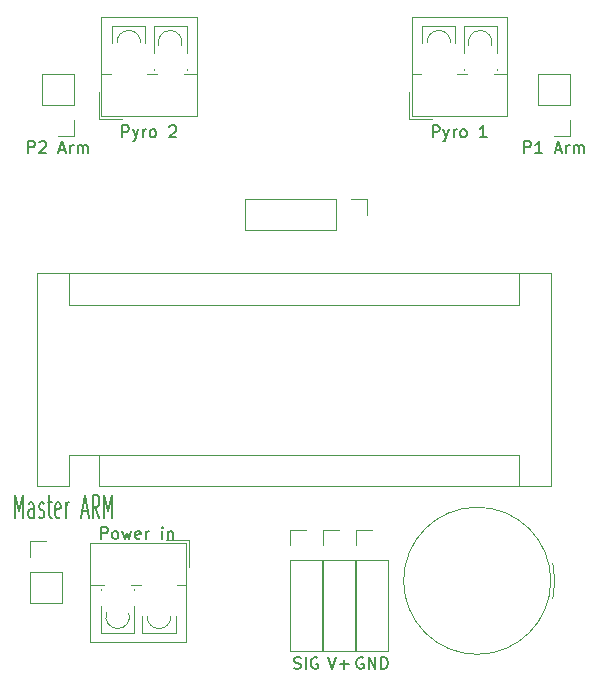
<source format=gbr>
%TF.GenerationSoftware,KiCad,Pcbnew,(6.0.1)*%
%TF.CreationDate,2022-02-20T18:55:47+01:00*%
%TF.ProjectId,NANOFC,4e414e4f-4643-42e6-9b69-6361645f7063,rev?*%
%TF.SameCoordinates,Original*%
%TF.FileFunction,Legend,Top*%
%TF.FilePolarity,Positive*%
%FSLAX46Y46*%
G04 Gerber Fmt 4.6, Leading zero omitted, Abs format (unit mm)*
G04 Created by KiCad (PCBNEW (6.0.1)) date 2022-02-20 18:55:47*
%MOMM*%
%LPD*%
G01*
G04 APERTURE LIST*
%ADD10C,0.150000*%
%ADD11C,0.200000*%
%ADD12C,0.120000*%
G04 APERTURE END LIST*
D10*
%TO.C,Pyro 2*%
X159438095Y-73452380D02*
X159438095Y-72452380D01*
X159819047Y-72452380D01*
X159914285Y-72500000D01*
X159961904Y-72547619D01*
X160009523Y-72642857D01*
X160009523Y-72785714D01*
X159961904Y-72880952D01*
X159914285Y-72928571D01*
X159819047Y-72976190D01*
X159438095Y-72976190D01*
X160342857Y-72785714D02*
X160580952Y-73452380D01*
X160819047Y-72785714D02*
X160580952Y-73452380D01*
X160485714Y-73690476D01*
X160438095Y-73738095D01*
X160342857Y-73785714D01*
X161200000Y-73452380D02*
X161200000Y-72785714D01*
X161200000Y-72976190D02*
X161247619Y-72880952D01*
X161295238Y-72833333D01*
X161390476Y-72785714D01*
X161485714Y-72785714D01*
X161961904Y-73452380D02*
X161866666Y-73404761D01*
X161819047Y-73357142D01*
X161771428Y-73261904D01*
X161771428Y-72976190D01*
X161819047Y-72880952D01*
X161866666Y-72833333D01*
X161961904Y-72785714D01*
X162104761Y-72785714D01*
X162200000Y-72833333D01*
X162247619Y-72880952D01*
X162295238Y-72976190D01*
X162295238Y-73261904D01*
X162247619Y-73357142D01*
X162200000Y-73404761D01*
X162104761Y-73452380D01*
X161961904Y-73452380D01*
X163438095Y-72547619D02*
X163485714Y-72500000D01*
X163580952Y-72452380D01*
X163819047Y-72452380D01*
X163914285Y-72500000D01*
X163961904Y-72547619D01*
X164009523Y-72642857D01*
X164009523Y-72738095D01*
X163961904Y-72880952D01*
X163390476Y-73452380D01*
X164009523Y-73452380D01*
D11*
%TO.C,Master ARM*%
X150404761Y-105704761D02*
X150404761Y-103704761D01*
X150738095Y-105133333D01*
X151071428Y-103704761D01*
X151071428Y-105704761D01*
X151976190Y-105704761D02*
X151976190Y-104657142D01*
X151928571Y-104466666D01*
X151833333Y-104371428D01*
X151642857Y-104371428D01*
X151547619Y-104466666D01*
X151976190Y-105609523D02*
X151880952Y-105704761D01*
X151642857Y-105704761D01*
X151547619Y-105609523D01*
X151500000Y-105419047D01*
X151500000Y-105228571D01*
X151547619Y-105038095D01*
X151642857Y-104942857D01*
X151880952Y-104942857D01*
X151976190Y-104847619D01*
X152404761Y-105609523D02*
X152500000Y-105704761D01*
X152690476Y-105704761D01*
X152785714Y-105609523D01*
X152833333Y-105419047D01*
X152833333Y-105323809D01*
X152785714Y-105133333D01*
X152690476Y-105038095D01*
X152547619Y-105038095D01*
X152452380Y-104942857D01*
X152404761Y-104752380D01*
X152404761Y-104657142D01*
X152452380Y-104466666D01*
X152547619Y-104371428D01*
X152690476Y-104371428D01*
X152785714Y-104466666D01*
X153119047Y-104371428D02*
X153500000Y-104371428D01*
X153261904Y-103704761D02*
X153261904Y-105419047D01*
X153309523Y-105609523D01*
X153404761Y-105704761D01*
X153500000Y-105704761D01*
X154214285Y-105609523D02*
X154119047Y-105704761D01*
X153928571Y-105704761D01*
X153833333Y-105609523D01*
X153785714Y-105419047D01*
X153785714Y-104657142D01*
X153833333Y-104466666D01*
X153928571Y-104371428D01*
X154119047Y-104371428D01*
X154214285Y-104466666D01*
X154261904Y-104657142D01*
X154261904Y-104847619D01*
X153785714Y-105038095D01*
X154690476Y-105704761D02*
X154690476Y-104371428D01*
X154690476Y-104752380D02*
X154738095Y-104561904D01*
X154785714Y-104466666D01*
X154880952Y-104371428D01*
X154976190Y-104371428D01*
X156023809Y-105133333D02*
X156500000Y-105133333D01*
X155928571Y-105704761D02*
X156261904Y-103704761D01*
X156595238Y-105704761D01*
X157500000Y-105704761D02*
X157166666Y-104752380D01*
X156928571Y-105704761D02*
X156928571Y-103704761D01*
X157309523Y-103704761D01*
X157404761Y-103800000D01*
X157452380Y-103895238D01*
X157500000Y-104085714D01*
X157500000Y-104371428D01*
X157452380Y-104561904D01*
X157404761Y-104657142D01*
X157309523Y-104752380D01*
X156928571Y-104752380D01*
X157928571Y-105704761D02*
X157928571Y-103704761D01*
X158261904Y-105133333D01*
X158595238Y-103704761D01*
X158595238Y-105704761D01*
D10*
%TO.C,GND*%
X179838095Y-117500000D02*
X179742857Y-117452380D01*
X179600000Y-117452380D01*
X179457142Y-117500000D01*
X179361904Y-117595238D01*
X179314285Y-117690476D01*
X179266666Y-117880952D01*
X179266666Y-118023809D01*
X179314285Y-118214285D01*
X179361904Y-118309523D01*
X179457142Y-118404761D01*
X179600000Y-118452380D01*
X179695238Y-118452380D01*
X179838095Y-118404761D01*
X179885714Y-118357142D01*
X179885714Y-118023809D01*
X179695238Y-118023809D01*
X180314285Y-118452380D02*
X180314285Y-117452380D01*
X180885714Y-118452380D01*
X180885714Y-117452380D01*
X181361904Y-118452380D02*
X181361904Y-117452380D01*
X181600000Y-117452380D01*
X181742857Y-117500000D01*
X181838095Y-117595238D01*
X181885714Y-117690476D01*
X181933333Y-117880952D01*
X181933333Y-118023809D01*
X181885714Y-118214285D01*
X181838095Y-118309523D01*
X181742857Y-118404761D01*
X181600000Y-118452380D01*
X181361904Y-118452380D01*
%TO.C,P1 Arm*%
X193476190Y-74782380D02*
X193476190Y-73782380D01*
X193857142Y-73782380D01*
X193952380Y-73830000D01*
X194000000Y-73877619D01*
X194047619Y-73972857D01*
X194047619Y-74115714D01*
X194000000Y-74210952D01*
X193952380Y-74258571D01*
X193857142Y-74306190D01*
X193476190Y-74306190D01*
X195000000Y-74782380D02*
X194428571Y-74782380D01*
X194714285Y-74782380D02*
X194714285Y-73782380D01*
X194619047Y-73925238D01*
X194523809Y-74020476D01*
X194428571Y-74068095D01*
X196142857Y-74496666D02*
X196619047Y-74496666D01*
X196047619Y-74782380D02*
X196380952Y-73782380D01*
X196714285Y-74782380D01*
X197047619Y-74782380D02*
X197047619Y-74115714D01*
X197047619Y-74306190D02*
X197095238Y-74210952D01*
X197142857Y-74163333D01*
X197238095Y-74115714D01*
X197333333Y-74115714D01*
X197666666Y-74782380D02*
X197666666Y-74115714D01*
X197666666Y-74210952D02*
X197714285Y-74163333D01*
X197809523Y-74115714D01*
X197952380Y-74115714D01*
X198047619Y-74163333D01*
X198095238Y-74258571D01*
X198095238Y-74782380D01*
X198095238Y-74258571D02*
X198142857Y-74163333D01*
X198238095Y-74115714D01*
X198380952Y-74115714D01*
X198476190Y-74163333D01*
X198523809Y-74258571D01*
X198523809Y-74782380D01*
%TO.C,V+*%
X176847619Y-117452380D02*
X177180952Y-118452380D01*
X177514285Y-117452380D01*
X177847619Y-118071428D02*
X178609523Y-118071428D01*
X178228571Y-118452380D02*
X178228571Y-117690476D01*
%TO.C,Pyro 1*%
X185738095Y-73452380D02*
X185738095Y-72452380D01*
X186119047Y-72452380D01*
X186214285Y-72500000D01*
X186261904Y-72547619D01*
X186309523Y-72642857D01*
X186309523Y-72785714D01*
X186261904Y-72880952D01*
X186214285Y-72928571D01*
X186119047Y-72976190D01*
X185738095Y-72976190D01*
X186642857Y-72785714D02*
X186880952Y-73452380D01*
X187119047Y-72785714D02*
X186880952Y-73452380D01*
X186785714Y-73690476D01*
X186738095Y-73738095D01*
X186642857Y-73785714D01*
X187500000Y-73452380D02*
X187500000Y-72785714D01*
X187500000Y-72976190D02*
X187547619Y-72880952D01*
X187595238Y-72833333D01*
X187690476Y-72785714D01*
X187785714Y-72785714D01*
X188261904Y-73452380D02*
X188166666Y-73404761D01*
X188119047Y-73357142D01*
X188071428Y-73261904D01*
X188071428Y-72976190D01*
X188119047Y-72880952D01*
X188166666Y-72833333D01*
X188261904Y-72785714D01*
X188404761Y-72785714D01*
X188500000Y-72833333D01*
X188547619Y-72880952D01*
X188595238Y-72976190D01*
X188595238Y-73261904D01*
X188547619Y-73357142D01*
X188500000Y-73404761D01*
X188404761Y-73452380D01*
X188261904Y-73452380D01*
X190309523Y-73452380D02*
X189738095Y-73452380D01*
X190023809Y-73452380D02*
X190023809Y-72452380D01*
X189928571Y-72595238D01*
X189833333Y-72690476D01*
X189738095Y-72738095D01*
%TO.C,Power in*%
X157652380Y-107452380D02*
X157652380Y-106452380D01*
X158033333Y-106452380D01*
X158128571Y-106500000D01*
X158176190Y-106547619D01*
X158223809Y-106642857D01*
X158223809Y-106785714D01*
X158176190Y-106880952D01*
X158128571Y-106928571D01*
X158033333Y-106976190D01*
X157652380Y-106976190D01*
X158795238Y-107452380D02*
X158700000Y-107404761D01*
X158652380Y-107357142D01*
X158604761Y-107261904D01*
X158604761Y-106976190D01*
X158652380Y-106880952D01*
X158700000Y-106833333D01*
X158795238Y-106785714D01*
X158938095Y-106785714D01*
X159033333Y-106833333D01*
X159080952Y-106880952D01*
X159128571Y-106976190D01*
X159128571Y-107261904D01*
X159080952Y-107357142D01*
X159033333Y-107404761D01*
X158938095Y-107452380D01*
X158795238Y-107452380D01*
X159461904Y-106785714D02*
X159652380Y-107452380D01*
X159842857Y-106976190D01*
X160033333Y-107452380D01*
X160223809Y-106785714D01*
X160985714Y-107404761D02*
X160890476Y-107452380D01*
X160700000Y-107452380D01*
X160604761Y-107404761D01*
X160557142Y-107309523D01*
X160557142Y-106928571D01*
X160604761Y-106833333D01*
X160700000Y-106785714D01*
X160890476Y-106785714D01*
X160985714Y-106833333D01*
X161033333Y-106928571D01*
X161033333Y-107023809D01*
X160557142Y-107119047D01*
X161461904Y-107452380D02*
X161461904Y-106785714D01*
X161461904Y-106976190D02*
X161509523Y-106880952D01*
X161557142Y-106833333D01*
X161652380Y-106785714D01*
X161747619Y-106785714D01*
X162842857Y-107452380D02*
X162842857Y-106785714D01*
X162842857Y-106452380D02*
X162795238Y-106500000D01*
X162842857Y-106547619D01*
X162890476Y-106500000D01*
X162842857Y-106452380D01*
X162842857Y-106547619D01*
X163319047Y-106785714D02*
X163319047Y-107452380D01*
X163319047Y-106880952D02*
X163366666Y-106833333D01*
X163461904Y-106785714D01*
X163604761Y-106785714D01*
X163700000Y-106833333D01*
X163747619Y-106928571D01*
X163747619Y-107452380D01*
%TO.C,P2 Arm*%
X151476190Y-74782380D02*
X151476190Y-73782380D01*
X151857142Y-73782380D01*
X151952380Y-73830000D01*
X152000000Y-73877619D01*
X152047619Y-73972857D01*
X152047619Y-74115714D01*
X152000000Y-74210952D01*
X151952380Y-74258571D01*
X151857142Y-74306190D01*
X151476190Y-74306190D01*
X152428571Y-73877619D02*
X152476190Y-73830000D01*
X152571428Y-73782380D01*
X152809523Y-73782380D01*
X152904761Y-73830000D01*
X152952380Y-73877619D01*
X153000000Y-73972857D01*
X153000000Y-74068095D01*
X152952380Y-74210952D01*
X152380952Y-74782380D01*
X153000000Y-74782380D01*
X154142857Y-74496666D02*
X154619047Y-74496666D01*
X154047619Y-74782380D02*
X154380952Y-73782380D01*
X154714285Y-74782380D01*
X155047619Y-74782380D02*
X155047619Y-74115714D01*
X155047619Y-74306190D02*
X155095238Y-74210952D01*
X155142857Y-74163333D01*
X155238095Y-74115714D01*
X155333333Y-74115714D01*
X155666666Y-74782380D02*
X155666666Y-74115714D01*
X155666666Y-74210952D02*
X155714285Y-74163333D01*
X155809523Y-74115714D01*
X155952380Y-74115714D01*
X156047619Y-74163333D01*
X156095238Y-74258571D01*
X156095238Y-74782380D01*
X156095238Y-74258571D02*
X156142857Y-74163333D01*
X156238095Y-74115714D01*
X156380952Y-74115714D01*
X156476190Y-74163333D01*
X156523809Y-74258571D01*
X156523809Y-74782380D01*
%TO.C,SIG*%
X173976190Y-118404761D02*
X174119047Y-118452380D01*
X174357142Y-118452380D01*
X174452380Y-118404761D01*
X174500000Y-118357142D01*
X174547619Y-118261904D01*
X174547619Y-118166666D01*
X174500000Y-118071428D01*
X174452380Y-118023809D01*
X174357142Y-117976190D01*
X174166666Y-117928571D01*
X174071428Y-117880952D01*
X174023809Y-117833333D01*
X173976190Y-117738095D01*
X173976190Y-117642857D01*
X174023809Y-117547619D01*
X174071428Y-117500000D01*
X174166666Y-117452380D01*
X174404761Y-117452380D01*
X174547619Y-117500000D01*
X174976190Y-118452380D02*
X174976190Y-117452380D01*
X175976190Y-117500000D02*
X175880952Y-117452380D01*
X175738095Y-117452380D01*
X175595238Y-117500000D01*
X175500000Y-117595238D01*
X175452380Y-117690476D01*
X175404761Y-117880952D01*
X175404761Y-118023809D01*
X175452380Y-118214285D01*
X175500000Y-118309523D01*
X175595238Y-118404761D01*
X175738095Y-118452380D01*
X175833333Y-118452380D01*
X175976190Y-118404761D01*
X176023809Y-118357142D01*
X176023809Y-118023809D01*
X175833333Y-118023809D01*
D12*
%TO.C,Pyro 2*%
X158600000Y-64000000D02*
X161400000Y-64000000D01*
X165810000Y-63240000D02*
X165810000Y-71660000D01*
X164900000Y-64000000D02*
X164900000Y-66311000D01*
X158600000Y-64000000D02*
X158600000Y-65460000D01*
X157690000Y-68101000D02*
X158460000Y-68101000D01*
X161540000Y-68101000D02*
X162367000Y-68101000D01*
X164900000Y-67689000D02*
X164900000Y-67750000D01*
X157450000Y-69660000D02*
X157450000Y-71900000D01*
X164900000Y-67750000D02*
X164900000Y-67750000D01*
X157690000Y-63240000D02*
X157690000Y-71660000D01*
X164634000Y-68101000D02*
X165810000Y-68101000D01*
X162100000Y-67750000D02*
X162101000Y-67750000D01*
X157450000Y-71900000D02*
X159450000Y-71900000D01*
X162100000Y-67689000D02*
X162100000Y-67750000D01*
X161400000Y-64000000D02*
X161400000Y-65460000D01*
X162100000Y-64000000D02*
X164900000Y-64000000D01*
X157690000Y-71660000D02*
X165810000Y-71660000D01*
X162100000Y-64000000D02*
X162100000Y-66311000D01*
X157690000Y-63240000D02*
X165810000Y-63240000D01*
X164440000Y-65742000D02*
G75*
G03*
X162560085Y-65742233I-940000J342000D01*
G01*
X160998000Y-65469000D02*
G75*
G03*
X159002110Y-65470566I-998000J69000D01*
G01*
%TO.C,Master ARM*%
X151670000Y-112870000D02*
X154330000Y-112870000D01*
X154330000Y-110270000D02*
X154330000Y-112870000D01*
X151670000Y-110270000D02*
X151670000Y-112870000D01*
X151670000Y-110270000D02*
X154330000Y-110270000D01*
X151670000Y-109000000D02*
X151670000Y-107670000D01*
X151670000Y-107670000D02*
X153000000Y-107670000D01*
%TO.C,BZ1*%
X195900000Y-112500000D02*
G75*
G03*
X195900000Y-109500001I-6400010J1499999D01*
G01*
X195730000Y-111000000D02*
G75*
G03*
X195730000Y-111000000I-6230000J0D01*
G01*
%TO.C,J3*%
X178800000Y-78670000D02*
X180130000Y-78670000D01*
X177530000Y-78670000D02*
X169850000Y-78670000D01*
X177530000Y-81330000D02*
X169850000Y-81330000D01*
X169850000Y-78670000D02*
X169850000Y-81330000D01*
X180130000Y-78670000D02*
X180130000Y-80000000D01*
X177530000Y-78670000D02*
X177530000Y-81330000D01*
%TO.C,GND*%
X181930000Y-109270000D02*
X181930000Y-116950000D01*
X179270000Y-109270000D02*
X181930000Y-109270000D01*
X179270000Y-106670000D02*
X180600000Y-106670000D01*
X179270000Y-108000000D02*
X179270000Y-106670000D01*
X179270000Y-116950000D02*
X181930000Y-116950000D01*
X179270000Y-109270000D02*
X179270000Y-116950000D01*
%TO.C,A1*%
X193040000Y-100320000D02*
X193040000Y-102990000D01*
X154940000Y-87620000D02*
X154940000Y-84950000D01*
X195710000Y-84950000D02*
X152270000Y-84950000D01*
X152270000Y-102990000D02*
X154940000Y-102990000D01*
X157480000Y-102990000D02*
X195710000Y-102990000D01*
X157480000Y-100320000D02*
X157480000Y-102990000D01*
X154940000Y-87620000D02*
X193040000Y-87620000D01*
X193040000Y-87620000D02*
X193040000Y-84950000D01*
X157480000Y-100320000D02*
X193040000Y-100320000D01*
X152270000Y-84950000D02*
X152270000Y-102990000D01*
X154940000Y-100320000D02*
X154940000Y-102990000D01*
X157480000Y-100320000D02*
X154940000Y-100320000D01*
X195710000Y-102990000D02*
X195710000Y-84950000D01*
%TO.C,P1 Arm*%
X197330000Y-72000000D02*
X197330000Y-73330000D01*
X197330000Y-68130000D02*
X194670000Y-68130000D01*
X194670000Y-70730000D02*
X194670000Y-68130000D01*
X197330000Y-73330000D02*
X196000000Y-73330000D01*
X197330000Y-70730000D02*
X197330000Y-68130000D01*
X197330000Y-70730000D02*
X194670000Y-70730000D01*
%TO.C,V+*%
X176470000Y-106670000D02*
X177800000Y-106670000D01*
X176470000Y-108000000D02*
X176470000Y-106670000D01*
X176470000Y-109270000D02*
X179130000Y-109270000D01*
X176470000Y-109270000D02*
X176470000Y-116950000D01*
X176470000Y-116950000D02*
X179130000Y-116950000D01*
X179130000Y-109270000D02*
X179130000Y-116950000D01*
%TO.C,Pyro 1*%
X191150000Y-67750000D02*
X191150000Y-67750000D01*
X183940000Y-71660000D02*
X192060000Y-71660000D01*
X188350000Y-67689000D02*
X188350000Y-67750000D01*
X184850000Y-64000000D02*
X184850000Y-65460000D01*
X188350000Y-67750000D02*
X188351000Y-67750000D01*
X183940000Y-68101000D02*
X184710000Y-68101000D01*
X184850000Y-64000000D02*
X187650000Y-64000000D01*
X191150000Y-67689000D02*
X191150000Y-67750000D01*
X183700000Y-69660000D02*
X183700000Y-71900000D01*
X190884000Y-68101000D02*
X192060000Y-68101000D01*
X188350000Y-64000000D02*
X188350000Y-66311000D01*
X192060000Y-63240000D02*
X192060000Y-71660000D01*
X187650000Y-64000000D02*
X187650000Y-65460000D01*
X187790000Y-68101000D02*
X188617000Y-68101000D01*
X191150000Y-64000000D02*
X191150000Y-66311000D01*
X183940000Y-63240000D02*
X183940000Y-71660000D01*
X183940000Y-63240000D02*
X192060000Y-63240000D01*
X188350000Y-64000000D02*
X191150000Y-64000000D01*
X183700000Y-71900000D02*
X185700000Y-71900000D01*
X190690000Y-65742000D02*
G75*
G03*
X188810085Y-65742233I-940000J342000D01*
G01*
X187248000Y-65469000D02*
G75*
G03*
X185252110Y-65470566I-998000J69000D01*
G01*
%TO.C,Power in*%
X157660000Y-115455000D02*
X157660000Y-113144000D01*
X157926000Y-111354000D02*
X156750000Y-111354000D01*
X164870000Y-116215000D02*
X164870000Y-107795000D01*
X160460000Y-111705000D02*
X160459000Y-111705000D01*
X164870000Y-116215000D02*
X156750000Y-116215000D01*
X160460000Y-115455000D02*
X160460000Y-113144000D01*
X160460000Y-111766000D02*
X160460000Y-111705000D01*
X161160000Y-115455000D02*
X161160000Y-113995000D01*
X157660000Y-111705000D02*
X157660000Y-111705000D01*
X165110000Y-109795000D02*
X165110000Y-107555000D01*
X164870000Y-111354000D02*
X164100000Y-111354000D01*
X165110000Y-107555000D02*
X163110000Y-107555000D01*
X157660000Y-111766000D02*
X157660000Y-111705000D01*
X160460000Y-115455000D02*
X157660000Y-115455000D01*
X164870000Y-107795000D02*
X156750000Y-107795000D01*
X163960000Y-115455000D02*
X161160000Y-115455000D01*
X156750000Y-116215000D02*
X156750000Y-107795000D01*
X163960000Y-115455000D02*
X163960000Y-113995000D01*
X161020000Y-111354000D02*
X160193000Y-111354000D01*
X158120000Y-113713000D02*
G75*
G03*
X159999915Y-113712767I940000J-342000D01*
G01*
X161562000Y-113986000D02*
G75*
G03*
X163557890Y-113984434I998000J-69000D01*
G01*
%TO.C,P2 Arm*%
X155330000Y-73330000D02*
X154000000Y-73330000D01*
X155330000Y-72000000D02*
X155330000Y-73330000D01*
X152670000Y-70730000D02*
X152670000Y-68130000D01*
X155330000Y-70730000D02*
X155330000Y-68130000D01*
X155330000Y-70730000D02*
X152670000Y-70730000D01*
X155330000Y-68130000D02*
X152670000Y-68130000D01*
%TO.C,SIG*%
X176330000Y-109270000D02*
X176330000Y-116950000D01*
X173670000Y-109270000D02*
X173670000Y-116950000D01*
X173670000Y-116950000D02*
X176330000Y-116950000D01*
X173670000Y-109270000D02*
X176330000Y-109270000D01*
X173670000Y-108000000D02*
X173670000Y-106670000D01*
X173670000Y-106670000D02*
X175000000Y-106670000D01*
%TD*%
M02*

</source>
